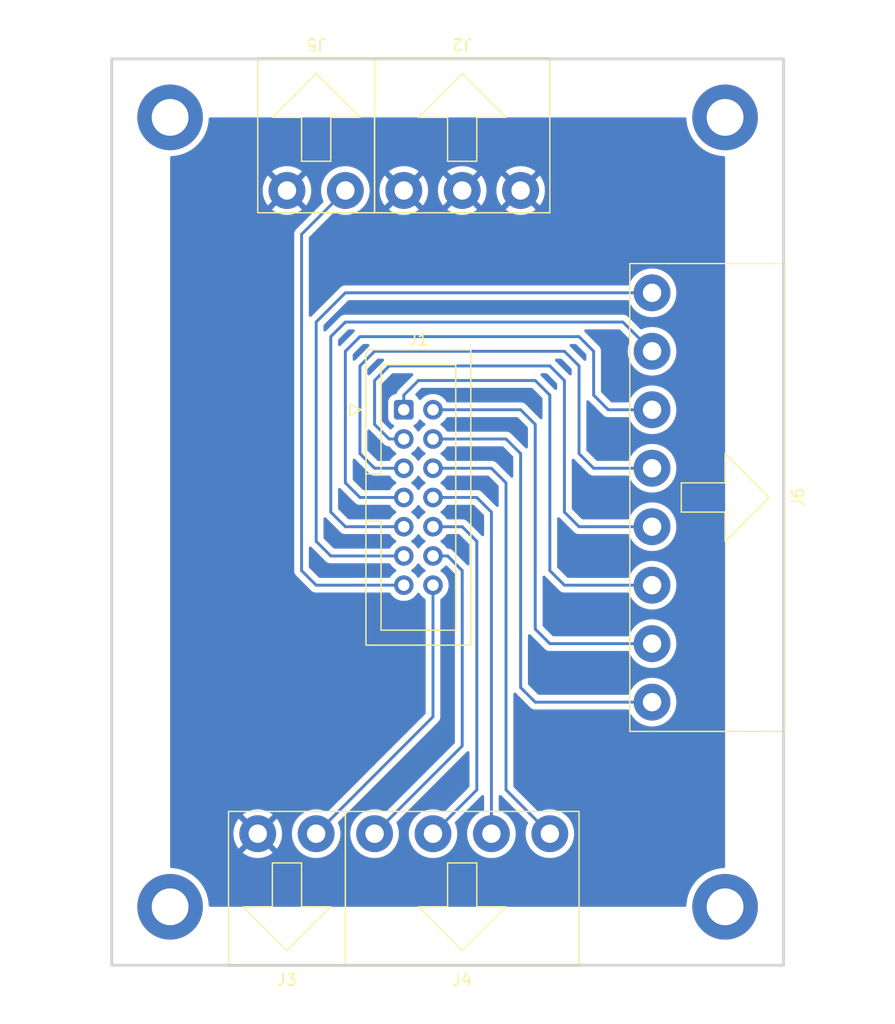
<source format=kicad_pcb>
(kicad_pcb (version 20221018) (generator pcbnew)
  (layers (0 "F.Cu" signal) (31 "B.Cu" signal) (34 "B.Paste" user) (35 "F.Paste" user) (36 "B.SilkS" user "B.Silkscreen") (37 "F.SilkS" user "F.Silkscreen") (38 "B.Mask" user) (39 "F.Mask" user) (44 "Edge.Cuts" user))
  (net 0 "")
  (net 1 "OTR")
  (net 2 "CLK")
  (net 3 "D11")
  (net 4 "D00")
  (net 5 "D10")
  (net 6 "D01")
  (net 7 "D09")
  (net 8 "D02")
  (net 9 "D08")
  (net 10 "D03")
  (net 11 "D07")
  (net 12 "D04")
  (net 13 "D06")
  (net 14 "D05")
  (net 15 "GNDREF")
  (footprint "MountingHole:MountingHole_3.2mm_M3_ISO7380_Pad" (layer "F.Cu") (at 106.68 66.04)
    (fp_text reference "REF**" hide)
    (fp_text value "MountingHole_3.2mm_M3_ISO7380_Pad")
    (pad "1" thru_hole circle (at 0 0) (size 5.7 5.7) (drill 3.2) (layers "*.Cu" "*.Mask"))
  )
  (footprint "Customer_Connector:2EDG-5.08mm_2P_Horizontal" (layer "F.Cu") (at 119.38 72.39 180)
    (fp_text reference "J5" (at 0 12.7 180 unlocked) (layer "F.SilkS"))
    (fp_text value "OTR_OUT")
    (fp_line (start -3.81 6.35) (end -1.27 6.35) (stroke (width 0.12)) (layer "F.SilkS"))
    (fp_line (start -1.27 2.54) (end 1.27 2.54) (stroke (width 0.12)) (layer "F.SilkS"))
    (fp_line (start -1.27 6.35) (end -1.27 2.54) (stroke (width 0.12)) (layer "F.SilkS"))
    (fp_line (start 0 10.16) (end -3.81 6.35) (stroke (width 0.12)) (layer "F.SilkS"))
    (fp_line (start 1.27 2.54) (end 1.27 6.35) (stroke (width 0.12)) (layer "F.SilkS"))
    (fp_line (start 1.27 6.35) (end 3.81 6.35) (stroke (width 0.12)) (layer "F.SilkS"))
    (fp_line (start 3.81 6.35) (end 0 10.16) (stroke (width 0.12)) (layer "F.SilkS"))
    (fp_rect (start -5.08 -1.935) (end 5.08 11.535) (stroke (width 0.12)) (fill none) (layer "F.SilkS"))
    (pad "1" thru_hole circle (at -2.54 0 180) (size 3.2 3.2) (drill 1.6) (layers "*.Cu" "*.Mask") (net 1 "OTR"))
    (pad "2" thru_hole circle (at 2.54 0 180) (size 3.2 3.2) (drill 1.6) (layers "*.Cu" "*.Mask") (net 15 "GNDREF"))
  )
  (footprint "Customer_Connector:2EDG-5.08mm_2P_Horizontal" (layer "F.Cu") (at 116.84 128.27)
    (fp_text reference "J3" (at 0 12.7 unlocked) (layer "F.SilkS"))
    (fp_text value "CLK_IN")
    (fp_line (start -3.81 6.35) (end -1.27 6.35) (stroke (width 0.12)) (layer "F.SilkS"))
    (fp_line (start -1.27 2.54) (end 1.27 2.54) (stroke (width 0.12)) (layer "F.SilkS"))
    (fp_line (start -1.27 6.35) (end -1.27 2.54) (stroke (width 0.12)) (layer "F.SilkS"))
    (fp_line (start 0 10.16) (end -3.81 6.35) (stroke (width 0.12)) (layer "F.SilkS"))
    (fp_line (start 1.27 2.54) (end 1.27 6.35) (stroke (width 0.12)) (layer "F.SilkS"))
    (fp_line (start 1.27 6.35) (end 3.81 6.35) (stroke (width 0.12)) (layer "F.SilkS"))
    (fp_line (start 3.81 6.35) (end 0 10.16) (stroke (width 0.12)) (layer "F.SilkS"))
    (fp_rect (start -5.08 -1.935) (end 5.08 11.535) (stroke (width 0.12)) (fill none) (layer "F.SilkS"))
    (pad "1" thru_hole circle (at -2.54 0) (size 3.2 3.2) (drill 1.6) (layers "*.Cu" "*.Mask") (net 15 "GNDREF"))
    (pad "2" thru_hole circle (at 2.54 0) (size 3.2 3.2) (drill 1.6) (layers "*.Cu" "*.Mask") (net 2 "CLK"))
  )
  (footprint "Customer_Connector:2EDG-5.08mm_4P_Horizontal" (layer "F.Cu") (at 132.08 128.27)
    (fp_text reference "J4" (at 0 12.7 unlocked) (layer "F.SilkS"))
    (fp_text value "D03_D00")
    (fp_line (start -3.81 6.35) (end -1.27 6.35) (stroke (width 0.12)) (layer "F.SilkS"))
    (fp_line (start -1.27 2.54) (end 1.27 2.54) (stroke (width 0.12)) (layer "F.SilkS"))
    (fp_line (start -1.27 6.35) (end -1.27 2.54) (stroke (width 0.12)) (layer "F.SilkS"))
    (fp_line (start 0 10.16) (end -3.81 6.35) (stroke (width 0.12)) (layer "F.SilkS"))
    (fp_line (start 1.27 2.54) (end 1.27 6.35) (stroke (width 0.12)) (layer "F.SilkS"))
    (fp_line (start 1.27 6.35) (end 3.81 6.35) (stroke (width 0.12)) (layer "F.SilkS"))
    (fp_line (start 3.81 6.35) (end 0 10.16) (stroke (width 0.12)) (layer "F.SilkS"))
    (fp_rect (start -10.16 -1.935) (end 10.16 11.535) (stroke (width 0.12)) (fill none) (layer "F.SilkS"))
    (pad "1" thru_hole circle (at -7.62 0) (size 3.2 3.2) (drill 1.6) (layers "*.Cu" "*.Mask") (net 4 "D00"))
    (pad "2" thru_hole circle (at -2.54 0) (size 3.2 3.2) (drill 1.6) (layers "*.Cu" "*.Mask") (net 6 "D01"))
    (pad "3" thru_hole circle (at 2.54 0) (size 3.2 3.2) (drill 1.6) (layers "*.Cu" "*.Mask") (net 8 "D02"))
    (pad "4" thru_hole circle (at 7.62 0) (size 3.2 3.2) (drill 1.6) (layers "*.Cu" "*.Mask") (net 10 "D03"))
  )
  (footprint "Customer_Connector:2EDG-5.08mm_3P_Horizontal" (layer "F.Cu") (at 132.08 72.39 180)
    (fp_text reference "J2" (at 0 12.7 180 unlocked) (layer "F.SilkS"))
    (fp_text value "GND_CONNECT")
    (fp_line (start -3.81 6.35) (end -1.27 6.35) (stroke (width 0.12)) (layer "F.SilkS"))
    (fp_line (start -1.27 2.54) (end 1.27 2.54) (stroke (width 0.12)) (layer "F.SilkS"))
    (fp_line (start -1.27 6.35) (end -1.27 2.54) (stroke (width 0.12)) (layer "F.SilkS"))
    (fp_line (start 0 10.16) (end -3.81 6.35) (stroke (width 0.12)) (layer "F.SilkS"))
    (fp_line (start 1.27 2.54) (end 1.27 6.35) (stroke (width 0.12)) (layer "F.SilkS"))
    (fp_line (start 1.27 6.35) (end 3.81 6.35) (stroke (width 0.12)) (layer "F.SilkS"))
    (fp_line (start 3.81 6.35) (end 0 10.16) (stroke (width 0.12)) (layer "F.SilkS"))
    (fp_rect (start -7.62 -1.935) (end 7.62 11.535) (stroke (width 0.12)) (fill none) (layer "F.SilkS"))
    (pad "1" thru_hole circle (at -5.08 0 180) (size 3.2 3.2) (drill 1.6) (layers "*.Cu" "*.Mask") (net 15 "GNDREF"))
    (pad "2" thru_hole circle (at 0 0 180) (size 3.2 3.2) (drill 1.6) (layers "*.Cu" "*.Mask") (net 15 "GNDREF"))
    (pad "3" thru_hole circle (at 5.08 0 180) (size 3.2 3.2) (drill 1.6) (layers "*.Cu" "*.Mask") (net 15 "GNDREF"))
  )
  (footprint "MountingHole:MountingHole_3.2mm_M3_ISO7380_Pad" (layer "F.Cu") (at 106.68 134.62)
    (fp_text reference "REF**" hide)
    (fp_text value "MountingHole_3.2mm_M3_ISO7380_Pad")
    (pad "1" thru_hole circle (at 0 0) (size 5.7 5.7) (drill 3.2) (layers "*.Cu" "*.Mask"))
  )
  (footprint "Connector_IDC:IDC-Header_2x07_P2.54mm_Vertical" (layer "F.Cu") (at 127 91.44)
    (fp_text reference "J1" (at 1.27 -6.1) (layer "F.SilkS"))
    (fp_text value "TO_AD9220")
    (fp_line (start -4.68 -0.5) (end -4.68 0.5) (stroke (width 0.12)) (layer "F.SilkS"))
    (fp_line (start -4.68 0.5) (end -3.68 0) (stroke (width 0.12)) (layer "F.SilkS"))
    (fp_line (start -3.68 0) (end -4.68 -0.5) (stroke (width 0.12)) (layer "F.SilkS"))
    (fp_line (start -3.29 -5.21) (end 5.83 -5.21) (stroke (width 0.12)) (layer "F.SilkS"))
    (fp_line (start -3.29 5.57) (end -1.98 5.57) (stroke (width 0.12)) (layer "F.SilkS"))
    (fp_line (start -3.29 20.45) (end -3.29 -5.21) (stroke (width 0.12)) (layer "F.SilkS"))
    (fp_line (start -1.98 -3.91) (end 4.52 -3.91) (stroke (width 0.12)) (layer "F.SilkS"))
    (fp_line (start -1.98 5.57) (end -1.98 -3.91) (stroke (width 0.12)) (layer "F.SilkS"))
    (fp_line (start -1.98 9.67) (end -3.29 9.67) (stroke (width 0.12)) (layer "F.SilkS"))
    (fp_line (start -1.98 9.67) (end -1.98 9.67) (stroke (width 0.12)) (layer "F.SilkS"))
    (fp_line (start -1.98 19.15) (end -1.98 9.67) (stroke (width 0.12)) (layer "F.SilkS"))
    (fp_line (start 4.52 -3.91) (end 4.52 19.15) (stroke (width 0.12)) (layer "F.SilkS"))
    (fp_line (start 4.52 19.15) (end -1.98 19.15) (stroke (width 0.12)) (layer "F.SilkS"))
    (fp_line (start 5.83 -5.21) (end 5.83 20.45) (stroke (width 0.12)) (layer "F.SilkS"))
    (fp_line (start 5.83 20.45) (end -3.29 20.45) (stroke (width 0.12)) (layer "F.SilkS"))
    (pad "1" thru_hole roundrect (at 0 0) (size 1.7 1.7) (drill 1) (layers "*.Cu" "*.Mask") (roundrect_rratio 0.147059) (net 13 "D06"))
    (pad "2" thru_hole circle (at 2.54 0) (size 1.7 1.7) (drill 1) (layers "*.Cu" "*.Mask") (net 14 "D05"))
    (pad "3" thru_hole circle (at 0 2.54) (size 1.7 1.7) (drill 1) (layers "*.Cu" "*.Mask") (net 11 "D07"))
    (pad "4" thru_hole circle (at 2.54 2.54) (size 1.7 1.7) (drill 1) (layers "*.Cu" "*.Mask") (net 12 "D04"))
    (pad "5" thru_hole circle (at 0 5.08) (size 1.7 1.7) (drill 1) (layers "*.Cu" "*.Mask") (net 9 "D08"))
    (pad "6" thru_hole circle (at 2.54 5.08) (size 1.7 1.7) (drill 1) (layers "*.Cu" "*.Mask") (net 10 "D03"))
    (pad "7" thru_hole circle (at 0 7.62) (size 1.7 1.7) (drill 1) (layers "*.Cu" "*.Mask") (net 7 "D09"))
    (pad "8" thru_hole circle (at 2.54 7.62) (size 1.7 1.7) (drill 1) (layers "*.Cu" "*.Mask") (net 8 "D02"))
    (pad "9" thru_hole circle (at 0 10.16) (size 1.7 1.7) (drill 1) (layers "*.Cu" "*.Mask") (net 5 "D10"))
    (pad "10" thru_hole circle (at 2.54 10.16) (size 1.7 1.7) (drill 1) (layers "*.Cu" "*.Mask") (net 6 "D01"))
    (pad "11" thru_hole circle (at 0 12.7) (size 1.7 1.7) (drill 1) (layers "*.Cu" "*.Mask") (net 3 "D11"))
    (pad "12" thru_hole circle (at 2.54 12.7) (size 1.7 1.7) (drill 1) (layers "*.Cu" "*.Mask") (net 4 "D00"))
    (pad "13" thru_hole circle (at 0 15.24) (size 1.7 1.7) (drill 1) (layers "*.Cu" "*.Mask") (net 1 "OTR"))
    (pad "14" thru_hole circle (at 2.54 15.24) (size 1.7 1.7) (drill 1) (layers "*.Cu" "*.Mask") (net 2 "CLK"))
  )
  (footprint "MountingHole:MountingHole_3.2mm_M3_ISO7380_Pad" (layer "F.Cu") (at 154.94 66.04)
    (fp_text reference "REF**" hide)
    (fp_text value "MountingHole_3.2mm_M3_ISO7380_Pad")
    (pad "1" thru_hole circle (at 0 0) (size 5.7 5.7) (drill 3.2) (layers "*.Cu" "*.Mask"))
  )
  (footprint "Customer_Connector:2EDG-5.08mm_8P_Horizontal" (layer "F.Cu") (at 148.59 99.06 90)
    (fp_text reference "J6" (at 0 12.7 90 unlocked) (layer "F.SilkS"))
    (fp_text value "D11_D04")
    (fp_line (start -3.81 6.35) (end -1.27 6.35) (stroke (width 0.12)) (layer "F.SilkS"))
    (fp_line (start -1.27 2.54) (end 1.27 2.54) (stroke (width 0.12)) (layer "F.SilkS"))
    (fp_line (start -1.27 6.35) (end -1.27 2.54) (stroke (width 0.12)) (layer "F.SilkS"))
    (fp_line (start 0 10.16) (end -3.81 6.35) (stroke (width 0.12)) (layer "F.SilkS"))
    (fp_line (start 1.27 2.54) (end 1.27 6.35) (stroke (width 0.12)) (layer "F.SilkS"))
    (fp_line (start 1.27 6.35) (end 3.81 6.35) (stroke (width 0.12)) (layer "F.SilkS"))
    (fp_line (start 3.81 6.35) (end 0 10.16) (stroke (width 0.12)) (layer "F.SilkS"))
    (fp_rect (start -20.32 -1.935) (end 20.32 11.535) (stroke (width 0.12)) (fill none) (layer "F.SilkS"))
    (pad "1" thru_hole circle (at -17.78 0 90) (size 3.2 3.2) (drill 1.6) (layers "*.Cu" "*.Mask") (net 12 "D04"))
    (pad "2" thru_hole circle (at -12.7 0 90) (size 3.2 3.2) (drill 1.6) (layers "*.Cu" "*.Mask") (net 14 "D05"))
    (pad "3" thru_hole circle (at -7.62 0 90) (size 3.2 3.2) (drill 1.6) (layers "*.Cu" "*.Mask") (net 13 "D06"))
    (pad "4" thru_hole circle (at -2.54 0 90) (size 3.2 3.2) (drill 1.6) (layers "*.Cu" "*.Mask") (net 11 "D07"))
    (pad "5" thru_hole circle (at 2.54 0 90) (size 3.2 3.2) (drill 1.6) (layers "*.Cu" "*.Mask") (net 9 "D08"))
    (pad "6" thru_hole circle (at 7.62 0 90) (size 3.2 3.2) (drill 1.6) (layers "*.Cu" "*.Mask") (net 7 "D09"))
    (pad "7" thru_hole circle (at 12.7 0 90) (size 3.2 3.2) (drill 1.6) (layers "*.Cu" "*.Mask") (net 5 "D10"))
    (pad "8" thru_hole circle (at 17.78 0 90) (size 3.2 3.2) (drill 1.6) (layers "*.Cu" "*.Mask") (net 3 "D11"))
  )
  (footprint "MountingHole:MountingHole_3.2mm_M3_ISO7380_Pad" (layer "F.Cu") (at 154.94 134.62)
    (fp_text reference "REF**" hide)
    (fp_text value "MountingHole_3.2mm_M3_ISO7380_Pad")
    (pad "1" thru_hole circle (at 0 0) (size 5.7 5.7) (drill 3.2) (layers "*.Cu" "*.Mask"))
  )
  (gr_rect (start 101.6 60.96) (end 160.02 139.7) (stroke (width 0.254)) (fill none) (layer "Edge.Cuts"))
  (segment (start 127 106.68) (end 119.38 106.68) (width 0.254) (layer "B.Cu") (net 1))
  (segment (start 118.11 76.2) (end 121.92 72.39) (width 0.254) (layer "B.Cu") (net 1))
  (segment (start 119.38 106.68) (end 118.11 105.41) (width 0.254) (layer "B.Cu") (net 1))
  (segment (start 118.11 105.41) (end 118.11 76.2) (width 0.254) (layer "B.Cu") (net 1))
  (segment (start 129.54 106.68) (end 129.54 118.11) (width 0.254) (layer "B.Cu") (net 2))
  (segment (start 129.54 118.11) (end 119.38 128.27) (width 0.254) (layer "B.Cu") (net 2))
  (segment (start 119.38 102.87) (end 119.38 83.82) (width 0.254) (layer "B.Cu") (net 3))
  (segment (start 119.38 83.82) (end 121.92 81.28) (width 0.254) (layer "B.Cu") (net 3))
  (segment (start 120.65 104.14) (end 119.38 102.87) (width 0.254) (layer "B.Cu") (net 3))
  (segment (start 121.92 81.28) (end 148.59 81.28) (width 0.254) (layer "B.Cu") (net 3))
  (segment (start 127 104.14) (end 120.65 104.14) (width 0.254) (layer "B.Cu") (net 3))
  (segment (start 130.81 104.14) (end 132.08 105.41) (width 0.254) (layer "B.Cu") (net 4))
  (segment (start 132.08 120.65) (end 124.46 128.27) (width 0.254) (layer "B.Cu") (net 4))
  (segment (start 132.08 105.41) (end 132.08 120.65) (width 0.254) (layer "B.Cu") (net 4))
  (segment (start 129.54 104.14) (end 130.81 104.14) (width 0.254) (layer "B.Cu") (net 4))
  (segment (start 127 101.6) (end 121.92 101.6) (width 0.254) (layer "B.Cu") (net 5))
  (segment (start 121.92 101.6) (end 120.65 100.33) (width 0.254) (layer "B.Cu") (net 5))
  (segment (start 120.65 85.09) (end 121.92 83.82) (width 0.254) (layer "B.Cu") (net 5))
  (segment (start 121.92 83.82) (end 146.05 83.82) (width 0.254) (layer "B.Cu") (net 5))
  (segment (start 146.05 83.82) (end 148.59 86.36) (width 0.254) (layer "B.Cu") (net 5))
  (segment (start 120.65 100.33) (end 120.65 85.09) (width 0.254) (layer "B.Cu") (net 5))
  (segment (start 133.35 102.87) (end 133.35 124.46) (width 0.254) (layer "B.Cu") (net 6))
  (segment (start 132.08 101.6) (end 133.35 102.87) (width 0.254) (layer "B.Cu") (net 6))
  (segment (start 129.54 101.6) (end 132.08 101.6) (width 0.254) (layer "B.Cu") (net 6))
  (segment (start 133.35 124.46) (end 129.54 128.27) (width 0.254) (layer "B.Cu") (net 6))
  (segment (start 127 99.06) (end 123.19 99.06) (width 0.254) (layer "B.Cu") (net 7))
  (segment (start 144.78 91.44) (end 148.59 91.44) (width 0.254) (layer "B.Cu") (net 7))
  (segment (start 143.51 86.36) (end 143.51 90.17) (width 0.254) (layer "B.Cu") (net 7))
  (segment (start 123.19 99.06) (end 121.92 97.79) (width 0.254) (layer "B.Cu") (net 7))
  (segment (start 121.92 97.79) (end 121.92 86.36) (width 0.254) (layer "B.Cu") (net 7))
  (segment (start 142.24 85.09) (end 143.51 86.36) (width 0.254) (layer "B.Cu") (net 7))
  (segment (start 143.51 90.17) (end 144.78 91.44) (width 0.254) (layer "B.Cu") (net 7))
  (segment (start 123.19 85.09) (end 142.24 85.09) (width 0.254) (layer "B.Cu") (net 7))
  (segment (start 121.92 86.36) (end 123.19 85.09) (width 0.254) (layer "B.Cu") (net 7))
  (segment (start 133.35 99.06) (end 134.62 100.33) (width 0.254) (layer "B.Cu") (net 8))
  (segment (start 134.62 100.33) (end 134.62 128.27) (width 0.254) (layer "B.Cu") (net 8))
  (segment (start 129.54 99.06) (end 133.35 99.06) (width 0.254) (layer "B.Cu") (net 8))
  (segment (start 124.46 96.52) (end 123.19 95.25) (width 0.254) (layer "B.Cu") (net 9))
  (segment (start 124.46 86.36) (end 140.97 86.36) (width 0.254) (layer "B.Cu") (net 9))
  (segment (start 127 96.52) (end 124.46 96.52) (width 0.254) (layer "B.Cu") (net 9))
  (segment (start 143.51 96.52) (end 148.59 96.52) (width 0.254) (layer "B.Cu") (net 9))
  (segment (start 142.24 87.63) (end 142.24 95.25) (width 0.254) (layer "B.Cu") (net 9))
  (segment (start 142.24 95.25) (end 143.51 96.52) (width 0.254) (layer "B.Cu") (net 9))
  (segment (start 123.19 95.25) (end 123.19 87.63) (width 0.254) (layer "B.Cu") (net 9))
  (segment (start 123.19 87.63) (end 124.46 86.36) (width 0.254) (layer "B.Cu") (net 9))
  (segment (start 140.97 86.36) (end 142.24 87.63) (width 0.254) (layer "B.Cu") (net 9))
  (segment (start 134.62 96.52) (end 135.89 97.79) (width 0.254) (layer "B.Cu") (net 10))
  (segment (start 135.89 97.79) (end 135.89 124.46) (width 0.254) (layer "B.Cu") (net 10))
  (segment (start 129.54 96.52) (end 134.62 96.52) (width 0.254) (layer "B.Cu") (net 10))
  (segment (start 135.89 124.46) (end 139.7 128.27) (width 0.254) (layer "B.Cu") (net 10))
  (segment (start 125.73 93.98) (end 124.46 92.71) (width 0.254) (layer "B.Cu") (net 11))
  (segment (start 140.97 100.33) (end 142.24 101.6) (width 0.254) (layer "B.Cu") (net 11))
  (segment (start 125.73 87.63) (end 139.7 87.63) (width 0.254) (layer "B.Cu") (net 11))
  (segment (start 127 93.98) (end 125.73 93.98) (width 0.254) (layer "B.Cu") (net 11))
  (segment (start 142.24 101.6) (end 148.59 101.6) (width 0.254) (layer "B.Cu") (net 11))
  (segment (start 140.97 88.9) (end 140.97 100.33) (width 0.254) (layer "B.Cu") (net 11))
  (segment (start 124.46 92.71) (end 124.46 88.9) (width 0.254) (layer "B.Cu") (net 11))
  (segment (start 124.46 88.9) (end 125.73 87.63) (width 0.254) (layer "B.Cu") (net 11))
  (segment (start 139.7 87.63) (end 140.97 88.9) (width 0.254) (layer "B.Cu") (net 11))
  (segment (start 138.43 116.84) (end 148.59 116.84) (width 0.254) (layer "B.Cu") (net 12))
  (segment (start 129.54 93.98) (end 135.89 93.98) (width 0.254) (layer "B.Cu") (net 12))
  (segment (start 137.16 115.57) (end 138.43 116.84) (width 0.254) (layer "B.Cu") (net 12))
  (segment (start 137.16 95.25) (end 137.16 115.57) (width 0.254) (layer "B.Cu") (net 12))
  (segment (start 135.89 93.98) (end 137.16 95.25) (width 0.254) (layer "B.Cu") (net 12))
  (segment (start 138.43 88.9) (end 139.7 90.17) (width 0.254) (layer "B.Cu") (net 13))
  (segment (start 127 91.44) (end 127 90.17) (width 0.254) (layer "B.Cu") (net 13))
  (segment (start 140.97 106.68) (end 148.59 106.68) (width 0.254) (layer "B.Cu") (net 13))
  (segment (start 128.27 88.9) (end 138.43 88.9) (width 0.254) (layer "B.Cu") (net 13))
  (segment (start 139.7 90.17) (end 139.7 105.41) (width 0.254) (layer "B.Cu") (net 13))
  (segment (start 127 90.17) (end 128.27 88.9) (width 0.254) (layer "B.Cu") (net 13))
  (segment (start 139.7 105.41) (end 140.97 106.68) (width 0.254) (layer "B.Cu") (net 13))
  (segment (start 138.43 92.71) (end 138.43 110.49) (width 0.254) (layer "B.Cu") (net 14))
  (segment (start 138.43 110.49) (end 139.7 111.76) (width 0.254) (layer "B.Cu") (net 14))
  (segment (start 129.54 91.44) (end 137.16 91.44) (width 0.254) (layer "B.Cu") (net 14))
  (segment (start 137.16 91.44) (end 138.43 92.71) (width 0.254) (layer "B.Cu") (net 14))
  (segment (start 139.7 111.76) (end 148.59 111.76) (width 0.254) (layer "B.Cu") (net 14))
  (zone (net 15) (net_name "GNDREF") (layer "B.Cu") (connect_pads (clearance 0.508)) (min_thickness 0.254) (fill yes (thermal_gap 0.508) (thermal_bridge_width 0.508) (island_removal_mode 1) (island_area_min 9.999999))
    (polygon (pts (xy 106.68 134.62) (xy 154.94 134.62) (xy 154.94 66.04) (xy 106.68 66.04)))
  )
)
</source>
